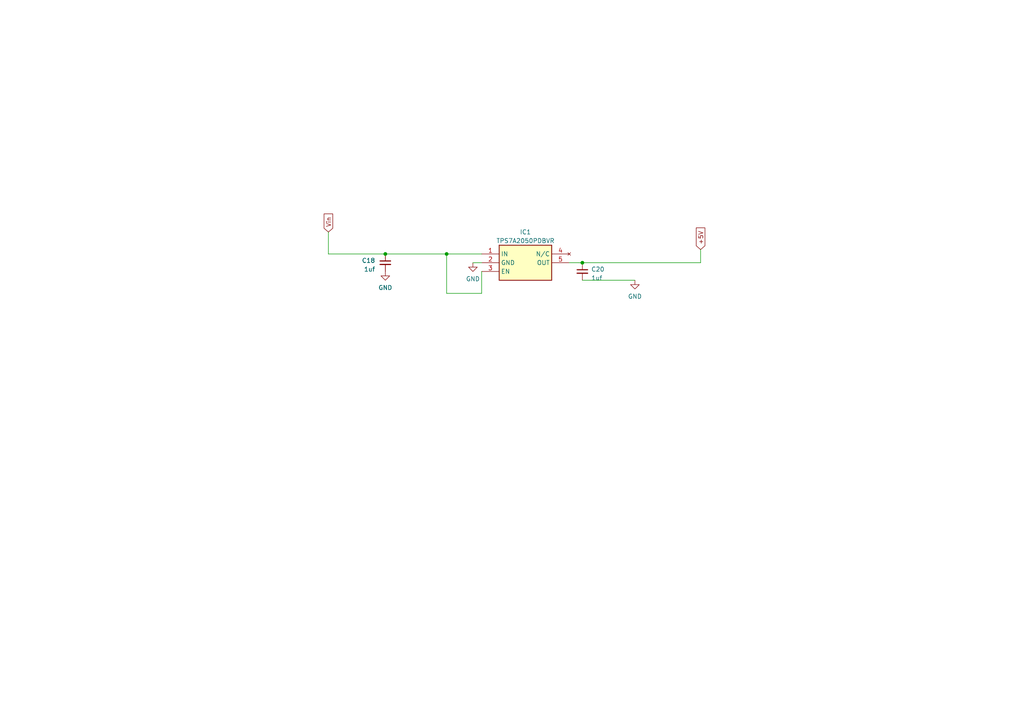
<source format=kicad_sch>
(kicad_sch (version 20230121) (generator eeschema)
  (paper "A4")
  (lib_symbols
    (symbol "Device:C_Small" (pin_numbers hide) (pin_names (offset 0.254) hide)
      (property "Reference" "C" (at 0.254 1.778 0))
      (property "Value" "C_Small" (at 0.254 -2.032 0))
      (symbol "C_Small_0_1"
        (polyline (pts (xy -1.524 -0.508) (xy 1.524 -0.508)) (stroke (width 0.3302)))
        (polyline (pts (xy -1.524 0.508) (xy 1.524 0.508)) (stroke (width 0.3048)))
      )
      (symbol "C_Small_1_1"
        (pin passive line (at 0 2.54 270) (length 2.032) (name "~") (number "1"))
        (pin passive line (at 0 -2.54 90) (length 2.032) (name "~") (number "2"))
      )
    )
    (symbol "Radar:DC_TPS7A20"
      (property "Reference" "IC" (at 21.59 7.62 0))
      (property "Value" "DC_TPS7A20" (at 21.59 5.08 0))
      (symbol "DC_TPS7A20_1_1"
        (rectangle (start 5.08 2.54) (end 20.32 -7.62) (stroke (width 0.254)) (fill (type background)))
        (pin passive line (at 0 0 0) (length 5.08) (name "IN") (number "1"))
        (pin passive line (at 0 -2.54 0) (length 5.08) (name "GND") (number "2"))
        (pin passive line (at 0 -5.08 0) (length 5.08) (name "EN") (number "3"))
        (pin no_connect line (at 25.4 0 180) (length 5.08) (name "N/C") (number "4"))
        (pin passive line (at 25.4 -2.54 180) (length 5.08) (name "OUT") (number "5"))
      )
    )
    (symbol "power:GND" (power) (pin_names (offset 0))
      (property "Value" "GND" (at 0 -3.81 0))
      (symbol "GND_0_1"
        (polyline (pts (xy 0 0) (xy 0 -1.27) (xy 1.27 -1.27) (xy 0 -2.54) (xy -1.27 -1.27) (xy 0 -1.27)))
      )
      (symbol "GND_1_1"
        (pin power_in line (at 0 0 270) (length 0) hide (name "GND") (number "1"))
      )
    )
  )
  (junction (at 111.76 73.66))
  (junction (at 129.54 73.66))
  (junction (at 168.91 76.2))
  (wire (pts (xy 168.91 81.28) (xy 184.15 81.28)))
  (wire (pts (xy 111.76 73.66) (xy 129.54 73.66)))
  (wire (pts (xy 129.54 85.09) (xy 129.54 73.66)))
  (wire (pts (xy 139.7 78.74) (xy 139.7 85.09)))
  (wire (pts (xy 165.1 76.2) (xy 168.91 76.2)))
  (wire (pts (xy 203.2 72.39) (xy 203.2 76.2)))
  (wire (pts (xy 129.54 73.66) (xy 139.7 73.66)))
  (wire (pts (xy 95.25 73.66) (xy 111.76 73.66)))
  (wire (pts (xy 168.91 76.2) (xy 203.2 76.2)))
  (wire (pts (xy 137.16 76.2) (xy 139.7 76.2)))
  (wire (pts (xy 139.7 85.09) (xy 129.54 85.09)))
  (wire (pts (xy 95.25 67.31) (xy 95.25 73.66)))
  (global_label "Vin" (shape input) (at 95.25 67.31 90) (property "Intersheetrefs" "${INTERSHEET_REFS}" (effects hide)))
  (global_label "+5V" (shape input) (at 203.2 72.39 90) (property "Intersheetrefs" "${INTERSHEET_REFS}" (effects hide)))
  (symbol (lib_id "Device:C_Small") (at 111.76 76.2 0) (mirror y) (unit 1)
    (property "Reference" "C18" (at 108.839 75.5713 0) (effects (justify left)))
    (property "Value" "1uf" (at 108.839 78.1113 0) (effects (justify left)))
    (property "Footprint" "Capacitor_SMD:C_0603_1608Metric_revised" (effects hide))
    (instances (project "RX1x4_wuxh_cavity" (path "" (reference "C18") (unit 1)) (path "" (reference "C22") (unit 1))) (project "PowerBoard_20230712" (path "" (reference "C6") (unit 1)) (path "" (reference "C1") (unit 1)) (path "" (reference "C5") (unit 1))) (project "2d5_TI" (path "" (reference "C6") (unit 1))))
  )
  (symbol (lib_id "power:GND") (at 111.76 78.74 0) (mirror y) (unit 1)
    (property "Reference" "#PWR015" (effects hide))
    (property "Value" "GND" (at 111.76 83.439 0))
    (instances (project "RX1x4_wuxh_cavity" (path "" (reference "#PWR015") (unit 1)) (path "" (reference "#PWR019") (unit 1))) (project "PowerBoard_20230712" (path "" (reference "#PWR08") (unit 1)) (path "" (reference "#PWR03") (unit 1)) (path "" (reference "#PWR01") (unit 1))) (project "2d5_TI" (path "" (reference "#PWR08") (unit 1))))
  )
  (symbol (lib_id "Device:C_Small") (at 168.91 78.74 0) (unit 1)
    (property "Reference" "C20" (at 171.45 78.1113 0) (effects (justify left)))
    (property "Value" "1uf" (at 171.45 80.6513 0) (effects (justify left)))
    (property "Footprint" "Capacitor_SMD:C_0603_1608Metric_revised" (effects hide))
    (instances (project "RX1x4_wuxh_cavity" (path "" (reference "C20") (unit 1)) (path "" (reference "C24") (unit 1))) (project "PowerBoard_20230712" (path "" (reference "C8") (unit 1)) (path "" (reference "C3") (unit 1)) (path "" (reference "C7") (unit 1))) (project "2d5_TI" (path "" (reference "C8") (unit 1))))
  )
  (symbol (lib_id "power:GND") (at 184.15 81.28 0) (unit 1)
    (property "Reference" "#PWR018" (effects hide))
    (property "Value" "GND" (at 184.15 85.979 0))
    (instances (project "RX1x4_wuxh_cavity" (path "" (reference "#PWR018") (unit 1)) (path "" (reference "#PWR021") (unit 1))) (project "PowerBoard_20230712" (path "" (reference "#PWR09") (unit 1)) (path "" (reference "#PWR05") (unit 1)) (path "" (reference "#PWR07") (unit 1))) (project "2d5_TI" (path "" (reference "#PWR09") (unit 1))))
  )
  (symbol (lib_id "Radar:DC_TPS7A20") (at 139.7 73.66 0) (unit 1)
    (property "Reference" "IC1" (at 152.4 67.31 0))
    (property "Value" "TPS7A2050PDBVR" (at 152.4 69.85 0))
    (property "Footprint" "Music_Lab:DC_SOT95P280X145-5N" (effects hide))
    (property "Datasheet" "https://www.ti.com/lit/ds/symlink/tps7a20.pdf?ts=1608958015178&ref_url=https%253A%252F%252Fwww.mouser.mx%252F" (effects hide))
    (property "Height" "1.45" (effects hide))
    (property "Mouser Part Number" "595-TPS7A2025PDBVR" (effects hide))
    (property "Mouser Price/Stock" "https://www.mouser.co.uk/ProductDetail/Texas-Instruments/TPS7A2025PDBVR?qs=hd1VzrDQEGjF%252BORCie8Lyg%3D%3D" (effects hide))
    (property "Manufacturer_Name" "Texas Instruments" (effects hide))
    (property "Manufacturer_Part_Number" "TPS7A2025PDBVR" (effects hide))
    (instances (project "RX1x4_wuxh_cavity" (path "" (reference "IC1") (unit 1)) (path "" (reference "IC2") (unit 1))) (project "PowerBoard_20230712" (path "" (reference "IC2") (unit 1))) (project "2d5_TI" (path "" (reference "IC2") (unit 1))))
  )
  (symbol (lib_id "power:GND") (at 137.16 76.2 0) (mirror y) (unit 1)
    (property "Reference" "#PWR017" (effects hide))
    (property "Value" "GND" (at 137.16 80.899 0))
    (instances (project "RX1x4_wuxh_cavity" (path "" (reference "#PWR017") (unit 1)) (path "" (reference "#PWR020") (unit 1))) (project "PowerBoard_20230712" (path "" (reference "#PWR010") (unit 1)) (path "" (reference "#PWR04") (unit 1)) (path "" (reference "#PWR06") (unit 1))) (project "2d5_TI" (path "" (reference "#PWR010") (unit 1))))
  )
)
</source>
